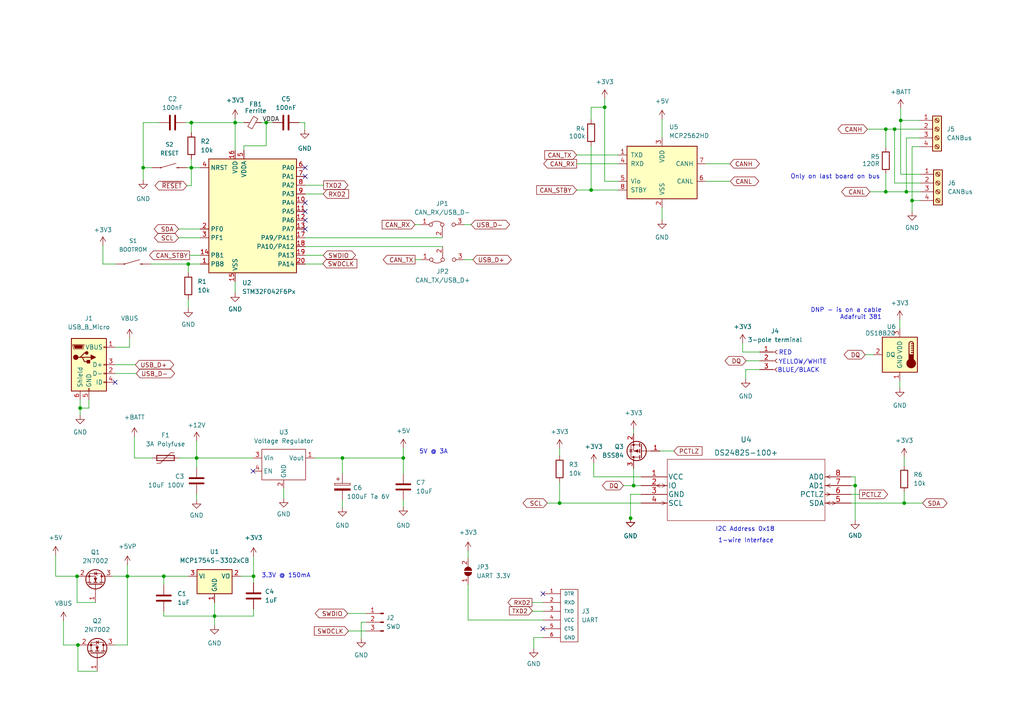
<source format=kicad_sch>
(kicad_sch (version 20211123) (generator eeschema)
  (paper "A4")
  (title_block (title "CANBus DS1820 Sensor") (date "2023-02-28") (rev "1.0") (company "Gavin Hurlbut"))
  (lib_symbols
    (symbol "+BATT_1" (power) (pin_names (offset 0))
      (property "Value" "+BATT_1" (at 0 3.556 0))
      (symbol "+BATT_1_1_1"
        (pin power_in line (at 0 0 90) (length 0) hide (name "+BATT") (number "1"))
      )
    )
    (symbol "Beirdo:FTDI-TARGET" (pin_names (offset 1.016))
      (property "Reference" "J?" (at -1.27 1.27 0))
      (property "Value" "FTDI-TARGET" (at -6.35 -17.78 0))
      (symbol "FTDI-TARGET_1_1"
        (pin passive line (at -7.62 -1.27 0) (length 5.08) (name "DTR") (number "1"))
        (pin passive line (at -7.62 -3.81 0) (length 5.08) (name "RXD") (number "2"))
        (pin passive line (at -7.62 -6.35 0) (length 5.08) (name "TXD") (number "3"))
        (pin passive line (at -7.62 -8.89 0) (length 5.08) (name "VCC") (number "4"))
        (pin passive line (at -7.62 -11.43 0) (length 5.08) (name "CTS") (number "5"))
        (pin passive line (at -7.62 -13.97 0) (length 5.08) (name "GND") (number "6"))
      )
    )
    (symbol "Beirdo:MOMENTARY-SWITCH-SPST-PTH-6.0MM" (pin_numbers hide) (pin_names (offset 1.016) hide)
      (property "Reference" "S1" (at 0 6.731 0))
      (property "Value" "MOMENTARY-SWITCH-SPST-PTH-6.0MM" (at 0 4.191 0))
      (symbol "MOMENTARY-SWITCH-SPST-PTH-6.0MM_1_1"
        (pin passive line (at -5.08 0 0) (length 2.54) (name "1") (number "1"))
        (pin passive line (at -5.08 -1.27 0) (length 2.54) hide (name "1") (number "2"))
        (pin passive line (at 5.08 0 180) (length 2.54) (name "2") (number "3"))
        (pin passive line (at 5.08 -1.27 180) (length 2.54) hide (name "2") (number "4"))
      )
    )
    (symbol "Beirdo:Switching_Regulator_Module"
      (property "Reference" "U?" (at 0 5.08 0))
      (property "Value" "Switching_Regulator_Module" (at 0 2.54 0))
      (symbol "Switching_Regulator_Module_1_1"
        (pin power_out line (at 8.89 -2.54 180) (length 2.54) (name "Vout") (number "1"))
        (pin passive line (at 0 -11.43 90) (length 2.54) (name "GND") (number "2"))
        (pin power_in line (at -8.89 -2.54 0) (length 2.54) (name "Vin") (number "3"))
        (pin input line (at -8.89 -6.35 0) (length 2.54) (name "EN") (number "4"))
      )
    )
    (symbol "Connector:Conn_01x03_Female" (pin_names (offset 1.016) hide)
      (property "Reference" "J" (at 0 5.08 0))
      (property "Value" "Conn_01x03_Female" (at 0 -5.08 0))
      (symbol "Conn_01x03_Female_1_1"
        (pin passive line (at -5.08 2.54 0) (length 3.81) (name "Pin_1") (number "1"))
        (pin passive line (at -5.08 0 0) (length 3.81) (name "Pin_2") (number "2"))
        (pin passive line (at -5.08 -2.54 0) (length 3.81) (name "Pin_3") (number "3"))
      )
    )
    (symbol "Connector:Conn_01x03_Male" (pin_names (offset 1.016) hide)
      (property "Reference" "J" (at 0 5.08 0))
      (property "Value" "Conn_01x03_Male" (at 0 -5.08 0))
      (symbol "Conn_01x03_Male_1_1"
        (pin passive line (at 5.08 2.54 180) (length 3.81) (name "Pin_1") (number "1"))
        (pin passive line (at 5.08 0 180) (length 3.81) (name "Pin_2") (number "2"))
        (pin passive line (at 5.08 -2.54 180) (length 3.81) (name "Pin_3") (number "3"))
      )
    )
    (symbol "Connector:Screw_Terminal_01x04" (pin_names (offset 1.016) hide)
      (property "Reference" "J" (at 0 5.08 0))
      (property "Value" "Screw_Terminal_01x04" (at 0 -7.62 0))
      (symbol "Screw_Terminal_01x04_1_1"
        (pin passive line (at -5.08 2.54 0) (length 3.81) (name "Pin_1") (number "1"))
        (pin passive line (at -5.08 0 0) (length 3.81) (name "Pin_2") (number "2"))
        (pin passive line (at -5.08 -2.54 0) (length 3.81) (name "Pin_3") (number "3"))
        (pin passive line (at -5.08 -5.08 0) (length 3.81) (name "Pin_4") (number "4"))
      )
    )
    (symbol "Connector:USB_B_Micro" (pin_names (offset 1.016))
      (property "Reference" "J" (at -5.08 11.43 0))
      (property "Value" "USB_B_Micro" (at -5.08 8.89 0))
      (symbol "USB_B_Micro_1_1"
        (pin power_out line (at 7.62 5.08 180) (length 2.54) (name "VBUS") (number "1"))
        (pin bidirectional line (at 7.62 -2.54 180) (length 2.54) (name "D-") (number "2"))
        (pin bidirectional line (at 7.62 0 180) (length 2.54) (name "D+") (number "3"))
        (pin passive line (at 7.62 -5.08 180) (length 2.54) (name "ID") (number "4"))
        (pin power_out line (at 0 -10.16 90) (length 2.54) (name "GND") (number "5"))
        (pin passive line (at -2.54 -10.16 90) (length 2.54) (name "Shield") (number "6"))
      )
    )
    (symbol "Device:C" (pin_numbers hide) (pin_names (offset 0.254))
      (property "Reference" "C" (at 0.635 2.54 0))
      (property "Value" "C" (at 0.635 -2.54 0))
      (symbol "C_1_1"
        (pin passive line (at 0 3.81 270) (length 2.794) (name "~") (number "1"))
        (pin passive line (at 0 -3.81 90) (length 2.794) (name "~") (number "2"))
      )
    )
    (symbol "Device:C_Polarized" (pin_numbers hide) (pin_names (offset 0.254))
      (property "Reference" "C" (at 0.635 2.54 0))
      (property "Value" "C_Polarized" (at 0.635 -2.54 0))
      (symbol "C_Polarized_1_1"
        (pin passive line (at 0 3.81 270) (length 2.794) (name "~") (number "1"))
        (pin passive line (at 0 -3.81 90) (length 2.794) (name "~") (number "2"))
      )
    )
    (symbol "Device:FerriteBead_Small" (pin_numbers hide) (pin_names (offset 0))
      (property "Reference" "FB" (at 1.905 1.27 0))
      (property "Value" "FerriteBead_Small" (at 1.905 -1.27 0))
      (symbol "FerriteBead_Small_1_1"
        (pin passive line (at 0 2.54 270) (length 1.27) (name "~") (number "1"))
        (pin passive line (at 0 -2.54 90) (length 1.27) (name "~") (number "2"))
      )
    )
    (symbol "Device:Polyfuse" (pin_numbers hide) (pin_names (offset 0))
      (property "Reference" "F" (at -2.54 0 90))
      (property "Value" "Polyfuse" (at 2.54 0 90))
      (symbol "Polyfuse_1_1"
        (pin passive line (at 0 3.81 270) (length 1.27) (name "~") (number "1"))
        (pin passive line (at 0 -3.81 90) (length 1.27) (name "~") (number "2"))
      )
    )
    (symbol "Device:R" (pin_numbers hide) (pin_names (offset 0))
      (property "Reference" "R" (at 2.032 0 90))
      (property "Value" "R" (at 0 0 90))
      (symbol "R_1_1"
        (pin passive line (at 0 3.81 270) (length 1.27) (name "~") (number "1"))
        (pin passive line (at 0 -3.81 90) (length 1.27) (name "~") (number "2"))
      )
    )
    (symbol "GND_2" (power) (pin_names (offset 0))
      (property "Value" "GND_2" (at 0 -3.81 0))
      (symbol "GND_2_1_1"
        (pin power_in line (at 0 0 270) (length 0) hide (name "GND") (number "1"))
      )
    )
    (symbol "GND_3" (power) (pin_names (offset 0))
      (property "Value" "GND_3" (at 0 -3.81 0))
      (symbol "GND_3_1_1"
        (pin power_in line (at 0 0 270) (length 0) hide (name "GND") (number "1"))
      )
    )
    (symbol "GND_4" (power) (pin_names (offset 0))
      (property "Value" "GND_4" (at 0 -3.81 0))
      (symbol "GND_4_1_1"
        (pin power_in line (at 0 0 270) (length 0) hide (name "GND") (number "1"))
      )
    )
    (symbol "Interface_CAN_LIN:MCP2562-H-SN" (pin_names (offset 1.016))
      (property "Reference" "U" (at -10.16 8.89 0))
      (property "Value" "MCP2562-H-SN" (at 2.54 8.89 0))
      (symbol "MCP2562-H-SN_1_1"
        (pin input line (at -12.7 5.08 0) (length 2.54) (name "TXD") (number "1"))
        (pin power_in line (at 0 -10.16 90) (length 2.54) (name "VSS") (number "2"))
        (pin power_in line (at 0 10.16 270) (length 2.54) (name "VDD") (number "3"))
        (pin output line (at -12.7 2.54 0) (length 2.54) (name "RXD") (number "4"))
        (pin power_in line (at -12.7 -2.54 0) (length 2.54) (name "Vio") (number "5"))
        (pin bidirectional line (at 12.7 -2.54 180) (length 2.54) (name "CANL") (number "6"))
        (pin bidirectional line (at 12.7 2.54 180) (length 2.54) (name "CANH") (number "7"))
        (pin input line (at -12.7 -5.08 0) (length 2.54) (name "STBY") (number "8"))
      )
    )
    (symbol "Jumper:Jumper_3_Bridged12" (pin_names (offset 0) hide)
      (property "Reference" "JP" (at -2.54 -2.54 0))
      (property "Value" "Jumper_3_Bridged12" (at 0 2.794 0))
      (symbol "Jumper_3_Bridged12_1_1"
        (pin passive line (at -6.35 0 0) (length 2.54) (name "A") (number "1"))
        (pin passive line (at 0 -3.81 90) (length 2.54) (name "C") (number "2"))
        (pin passive line (at 6.35 0 180) (length 2.54) (name "B") (number "3"))
      )
    )
    (symbol "Jumper:SolderJumper_2_Open" (pin_names (offset 0) hide)
      (property "Reference" "JP" (at 0 2.032 0))
      (property "Value" "SolderJumper_2_Open" (at 0 -2.54 0))
      (symbol "SolderJumper_2_Open_1_1"
        (pin passive line (at -3.81 0 0) (length 2.54) (name "A") (number "1"))
        (pin passive line (at 3.81 0 180) (length 2.54) (name "B") (number "2"))
      )
    )
    (symbol "MCU_ST_STM32F0:STM32F042F6Px"
      (property "Reference" "U" (at -12.7 16.51 0))
      (property "Value" "STM32F042F6Px" (at 0 16.51 0))
      (symbol "STM32F042F6Px_1_1"
        (pin bidirectional line (at -15.24 -15.24 0) (length 2.54) (name "PB8") (number "1"))
        (pin bidirectional line (at 15.24 2.54 180) (length 2.54) (name "PA4") (number "10"))
        (pin bidirectional line (at 15.24 0 180) (length 2.54) (name "PA5") (number "11"))
        (pin bidirectional line (at 15.24 -2.54 180) (length 2.54) (name "PA6") (number "12"))
        (pin bidirectional line (at 15.24 -5.08 180) (length 2.54) (name "PA7") (number "13"))
        (pin bidirectional line (at -15.24 -12.7 0) (length 2.54) (name "PB1") (number "14"))
        (pin power_in line (at -5.08 -20.32 90) (length 2.54) (name "VSS") (number "15"))
        (pin power_in line (at -5.08 17.78 270) (length 2.54) (name "VDD") (number "16"))
        (pin bidirectional line (at 15.24 -7.62 180) (length 2.54) (name "PA9/PA11") (number "17"))
        (pin bidirectional line (at 15.24 -10.16 180) (length 2.54) (name "PA10/PA12") (number "18"))
        (pin bidirectional line (at 15.24 -12.7 180) (length 2.54) (name "PA13") (number "19"))
        (pin input line (at -15.24 -5.08 0) (length 2.54) (name "PF0") (number "2"))
        (pin bidirectional line (at 15.24 -15.24 180) (length 2.54) (name "PA14") (number "20"))
        (pin input line (at -15.24 -7.62 0) (length 2.54) (name "PF1") (number "3"))
        (pin input line (at -15.24 12.7 0) (length 2.54) (name "NRST") (number "4"))
        (pin power_in line (at -2.54 17.78 270) (length 2.54) (name "VDDA") (number "5"))
        (pin bidirectional line (at 15.24 12.7 180) (length 2.54) (name "PA0") (number "6"))
        (pin bidirectional line (at 15.24 10.16 180) (length 2.54) (name "PA1") (number "7"))
        (pin bidirectional line (at 15.24 7.62 180) (length 2.54) (name "PA2") (number "8"))
        (pin bidirectional line (at 15.24 5.08 180) (length 2.54) (name "PA3") (number "9"))
      )
    )
    (symbol "Regulator_Linear:MCP1754S-3302xCB"
      (property "Reference" "U" (at -3.81 3.175 0))
      (property "Value" "MCP1754S-3302xCB" (at -0.635 3.175 0))
      (symbol "MCP1754S-3302xCB_1_1"
        (pin power_in line (at 0 -7.62 90) (length 2.54) (name "GND") (number "1"))
        (pin power_out line (at 7.62 0 180) (length 2.54) (name "VO") (number "2"))
        (pin power_in line (at -7.62 0 0) (length 2.54) (name "VI") (number "3"))
      )
    )
    (symbol "Sensor_Temperature:DS18B20" (pin_names (offset 1.016))
      (property "Reference" "U" (at -3.81 6.35 0))
      (property "Value" "DS18B20" (at 6.35 6.35 0))
      (symbol "DS18B20_1_1"
        (pin power_in line (at 0 -7.62 90) (length 2.54) (name "GND") (number "1"))
        (pin bidirectional line (at 7.62 0 180) (length 2.54) (name "DQ") (number "2"))
        (pin power_in line (at 0 7.62 270) (length 2.54) (name "VDD") (number "3"))
      )
    )
    (symbol "Transistor_FET:2N7002" (pin_names hide)
      (property "Reference" "Q" (at 5.08 1.905 0))
      (property "Value" "2N7002" (at 5.08 0 0))
      (symbol "2N7002_1_1"
        (pin input line (at -5.08 0 0) (length 2.54) (name "G") (number "1"))
        (pin passive line (at 2.54 -5.08 90) (length 2.54) (name "S") (number "2"))
        (pin passive line (at 2.54 5.08 270) (length 2.54) (name "D") (number "3"))
      )
    )
    (symbol "Transistor_FET:BSS84" (pin_names hide)
      (property "Reference" "Q" (at 5.08 1.905 0))
      (property "Value" "BSS84" (at 5.08 0 0))
      (symbol "BSS84_1_1"
        (pin input line (at -5.08 0 0) (length 2.54) (name "G") (number "1"))
        (pin passive line (at 2.54 -5.08 90) (length 2.54) (name "S") (number "2"))
        (pin passive line (at 2.54 5.08 270) (length 2.54) (name "D") (number "3"))
      )
    )
    (symbol "UltraLibrarian:DS2482S-100+" (pin_names (offset 0.254))
      (property "Reference" "U" (at 30.48 10.16 0))
      (property "Value" "DS2482S-100+" (at 30.48 7.62 0))
      (symbol "DS2482S-100+_1_1"
        (pin power_in line (at 0 0 0) (length 7.62) (name "VCC") (number "1"))
        (pin bidirectional line (at 0 -2.54 0) (length 7.62) (name "IO") (number "2"))
        (pin power_in line (at 0 -5.08 0) (length 7.62) (name "GND") (number "3"))
        (pin input line (at 0 -7.62 0) (length 7.62) (name "SCL") (number "4"))
        (pin bidirectional line (at 60.96 -7.62 180) (length 7.62) (name "SDA") (number "5"))
        (pin output line (at 60.96 -5.08 180) (length 7.62) (name "PCTLZ") (number "6"))
        (pin input line (at 60.96 -2.54 180) (length 7.62) (name "AD1") (number "7"))
        (pin input line (at 60.96 0 180) (length 7.62) (name "AD0") (number "8"))
      )
    )
    (symbol "power:+12V" (power) (pin_names (offset 0))
      (property "Value" "+12V" (at 0 3.556 0))
      (symbol "+12V_1_1"
        (pin power_in line (at 0 0 90) (length 0) hide (name "+12V") (number "1"))
      )
    )
    (symbol "power:+3V3" (power) (pin_names (offset 0))
      (property "Value" "+3V3" (at 0 3.556 0))
      (symbol "+3V3_1_1"
        (pin power_in line (at 0 0 90) (length 0) hide (name "+3V3") (number "1"))
      )
    )
    (symbol "power:+5V" (power) (pin_names (offset 0))
      (property "Value" "+5V" (at 0 3.556 0))
      (symbol "+5V_1_1"
        (pin power_in line (at 0 0 90) (length 0) hide (name "+5V") (number "1"))
      )
    )
    (symbol "power:+5VP" (power) (pin_names (offset 0))
      (property "Value" "+5VP" (at 0 3.556 0))
      (symbol "+5VP_1_1"
        (pin power_in line (at 0 0 90) (length 0) hide (name "+5VP") (number "1"))
      )
    )
    (symbol "power:+BATT" (power) (pin_names (offset 0))
      (property "Value" "+BATT" (at 0 3.556 0))
      (symbol "+BATT_1_1"
        (pin power_in line (at 0 0 90) (length 0) hide (name "+BATT") (number "1"))
      )
    )
    (symbol "power:GND" (power) (pin_names (offset 0))
      (property "Value" "GND" (at 0 -3.81 0))
      (symbol "GND_1_1"
        (pin power_in line (at 0 0 270) (length 0) hide (name "GND") (number "1"))
      )
    )
    (symbol "power:VBUS" (power) (pin_names (offset 0))
      (property "Value" "VBUS" (at 0 3.81 0))
      (symbol "VBUS_1_1"
        (pin power_in line (at 0 0 90) (length 0) hide (name "VBUS") (number "1"))
      )
    )
  )
  (junction (at 182.9008 150.2974))
  (junction (at 261.239 34.925))
  (junction (at 22.352 167.132))
  (junction (at 36.957 167.132))
  (junction (at 47.498 167.132))
  (junction (at 256.921 55.626))
  (junction (at 256.921 37.465))
  (junction (at 162.306 145.923))
  (junction (at 55.499 48.641))
  (junction (at 262.255 145.923))
  (junction (at 264.541 58.166))
  (junction (at 262.89 55.626))
  (junction (at 62.23 178.689))
  (junction (at 116.967 132.842))
  (junction (at 54.61 76.581))
  (junction (at 77.216 35.56))
  (junction (at 259.461 37.465))
  (junction (at 41.529 48.641))
  (junction (at 99.314 132.842))
  (junction (at 175.387 31.115))
  (junction (at 55.499 35.56))
  (junction (at 57.023 132.842))
  (junction (at 23.241 118.364))
  (junction (at 248.031 140.843))
  (junction (at 22.606 187.071))
  (junction (at 183.769 140.843))
  (junction (at 171.45 55.118))
  (junction (at 68.199 35.56))
  (junction (at 73.533 167.132))
  (no_connect (at 157.48 172.212))
  (no_connect (at 88.519 63.881))
  (no_connect (at 157.48 182.372))
  (no_connect (at 88.519 58.801))
  (no_connect (at 88.519 51.181))
  (no_connect (at 88.519 48.641))
  (no_connect (at 88.519 66.421))
  (no_connect (at 33.401 110.871))
  (no_connect (at 88.519 61.341))
  (no_connect (at 73.406 136.652))
  (wire (pts (xy 51.816 66.421) (xy 58.039 66.421)))
  (wire (pts (xy 261.239 50.546) (xy 266.954 50.546)))
  (wire (pts (xy 33.401 105.791) (xy 39.243 105.791)))
  (wire (pts (xy 88.519 68.961) (xy 128.27 68.961)))
  (wire (pts (xy 77.216 35.56) (xy 79.121 35.56)))
  (wire (pts (xy 68.199 81.661) (xy 68.199 84.963)))
  (wire (pts (xy 246.888 143.383) (xy 249.301 143.383)))
  (wire (pts (xy 215.392 102.108) (xy 215.392 99.568)))
  (wire (pts (xy 248.031 140.843) (xy 248.031 138.303)))
  (wire (pts (xy 44.069 48.641) (xy 41.529 48.641)))
  (wire (pts (xy 55.499 38.481) (xy 55.499 35.56)))
  (wire (pts (xy 264.541 61.341) (xy 264.541 58.166)))
  (wire (pts (xy 262.89 55.626) (xy 266.954 55.626)))
  (wire (pts (xy 256.921 55.626) (xy 262.89 55.626)))
  (wire (pts (xy 216.281 107.188) (xy 216.281 109.855)))
  (wire (pts (xy 135.763 179.832) (xy 157.48 179.832)))
  (wire (pts (xy 120.396 75.311) (xy 122.047 75.311)))
  (wire (pts (xy 54.229 48.641) (xy 55.499 48.641)))
  (wire (pts (xy 261.239 31.369) (xy 261.239 34.925)))
  (wire (pts (xy 260.985 110.49) (xy 260.985 112.522)))
  (wire (pts (xy 38.989 132.842) (xy 38.989 126.619)))
  (wire (pts (xy 47.498 177.292) (xy 47.498 178.689)))
  (wire (pts (xy 162.306 145.923) (xy 185.928 145.923)))
  (wire (pts (xy 260.985 92.71) (xy 260.985 95.25)))
  (wire (pts (xy 55.499 46.101) (xy 55.499 48.641)))
  (wire (pts (xy 51.816 132.842) (xy 57.023 132.842)))
  (wire (pts (xy 185.928 138.303) (xy 172.212 138.303)))
  (wire (pts (xy 93.599 76.581) (xy 93.599 76.454)))
  (wire (pts (xy 100.965 183.007) (xy 106.172 183.007)))
  (wire (pts (xy 68.199 34.417) (xy 68.199 35.56)))
  (wire (pts (xy 121.92 65.151) (xy 120.396 65.151)))
  (wire (pts (xy 41.529 35.56) (xy 46.228 35.56)))
  (wire (pts (xy 41.529 48.641) (xy 41.529 52.197)))
  (wire (pts (xy 37.592 100.711) (xy 37.592 98.044)))
  (wire (pts (xy 47.498 167.132) (xy 47.498 169.672)))
  (wire (pts (xy 248.031 138.303) (xy 246.888 138.303)))
  (wire (pts (xy 73.533 167.132) (xy 73.533 169.037)))
  (wire (pts (xy 135.763 159.766) (xy 135.763 161.925)))
  (wire (pts (xy 58.039 68.961) (xy 51.816 68.961)))
  (wire (pts (xy 22.606 194.691) (xy 22.606 187.071)))
  (wire (pts (xy 154.432 177.292) (xy 154.432 177.165)))
  (wire (pts (xy 54.61 76.581) (xy 58.039 76.581)))
  (wire (pts (xy 248.031 150.876) (xy 248.031 140.843)))
  (wire (pts (xy 104.775 185.166) (xy 104.775 180.467)))
  (wire (pts (xy 253.365 102.87) (xy 250.952 102.87)))
  (wire (pts (xy 62.23 178.689) (xy 73.533 178.689)))
  (wire (pts (xy 154.813 184.912) (xy 157.48 184.912)))
  (wire (pts (xy 88.519 71.501) (xy 128.397 71.501)))
  (wire (pts (xy 116.967 132.842) (xy 116.967 137.414)))
  (wire (pts (xy 25.781 118.364) (xy 23.241 118.364)))
  (wire (pts (xy 62.23 178.689) (xy 62.23 181.356)))
  (wire (pts (xy 183.769 140.843) (xy 185.928 140.843)))
  (wire (pts (xy 266.7 40.005) (xy 262.89 40.005)))
  (wire (pts (xy 70.739 42.291) (xy 77.216 42.291)))
  (wire (pts (xy 171.45 55.118) (xy 167.259 55.118)))
  (wire (pts (xy 175.387 31.115) (xy 175.387 28.575)))
  (wire (pts (xy 154.813 188.087) (xy 154.813 184.912)))
  (wire (pts (xy 171.45 42.291) (xy 171.45 55.118)))
  (wire (pts (xy 154.305 174.752) (xy 157.48 174.752)))
  (wire (pts (xy 135.763 169.545) (xy 135.763 179.832)))
  (wire (pts (xy 116.967 145.034) (xy 116.967 146.939)))
  (wire (pts (xy 22.352 174.752) (xy 22.352 167.132)))
  (wire (pts (xy 266.954 53.086) (xy 259.461 53.086)))
  (wire (pts (xy 256.921 50.419) (xy 256.921 55.626)))
  (wire (pts (xy 44.196 132.842) (xy 38.989 132.842)))
  (wire (pts (xy 91.186 132.842) (xy 99.314 132.842)))
  (wire (pts (xy 18.415 187.071) (xy 22.606 187.071)))
  (wire (pts (xy 179.324 52.578) (xy 175.387 52.578)))
  (wire (pts (xy 88.519 74.041) (xy 93.726 74.041)))
  (wire (pts (xy 167.259 47.498) (xy 179.324 47.498)))
  (wire (pts (xy 261.239 34.925) (xy 266.7 34.925)))
  (wire (pts (xy 264.541 58.166) (xy 266.954 58.166)))
  (wire (pts (xy 182.88 150.241) (xy 182.88 143.383)))
  (wire (pts (xy 262.89 40.005) (xy 262.89 55.626)))
  (wire (pts (xy 134.747 75.311) (xy 137.16 75.311)))
  (wire (pts (xy 16.129 161.036) (xy 16.129 167.132)))
  (wire (pts (xy 77.216 35.56) (xy 75.819 35.56)))
  (wire (pts (xy 264.541 42.545) (xy 264.541 58.166)))
  (wire (pts (xy 36.957 167.132) (xy 47.498 167.132)))
  (wire (pts (xy 16.129 167.132) (xy 22.352 167.132)))
  (wire (pts (xy 162.306 130.048) (xy 162.306 132.207)))
  (wire (pts (xy 104.775 180.467) (xy 106.172 180.467)))
  (wire (pts (xy 88.392 37.592) (xy 88.392 35.56)))
  (wire (pts (xy 259.461 37.465) (xy 266.7 37.465)))
  (wire (pts (xy 182.88 143.383) (xy 185.928 143.383)))
  (wire (pts (xy 179.324 55.118) (xy 171.45 55.118)))
  (wire (pts (xy 220.345 102.108) (xy 215.392 102.108)))
  (wire (pts (xy 88.392 35.56) (xy 86.741 35.56)))
  (wire (pts (xy 88.519 76.581) (xy 93.599 76.581)))
  (wire (pts (xy 261.239 34.925) (xy 261.239 50.546)))
  (wire (pts (xy 33.274 187.071) (xy 36.957 187.071)))
  (wire (pts (xy 47.498 178.689) (xy 62.23 178.689)))
  (wire (pts (xy 180.848 140.843) (xy 183.769 140.843)))
  (wire (pts (xy 77.216 42.291) (xy 77.216 35.56)))
  (wire (pts (xy 134.62 65.151) (xy 136.652 65.151)))
  (wire (pts (xy 252.349 55.626) (xy 256.921 55.626)))
  (wire (pts (xy 23.241 118.364) (xy 23.241 115.951)))
  (wire (pts (xy 70.739 42.291) (xy 70.739 43.561)))
  (wire (pts (xy 36.957 163.83) (xy 36.957 167.132)))
  (wire (pts (xy 251.587 37.465) (xy 256.921 37.465)))
  (wire (pts (xy 191.389 130.81) (xy 195.453 130.81)))
  (wire (pts (xy 29.845 71.247) (xy 29.845 76.581)))
  (wire (pts (xy 220.345 107.188) (xy 216.281 107.188)))
  (wire (pts (xy 57.023 132.842) (xy 57.023 135.636)))
  (wire (pts (xy 22.352 167.132) (xy 22.606 167.132)))
  (wire (pts (xy 55.499 35.56) (xy 68.199 35.56)))
  (wire (pts (xy 262.255 145.923) (xy 267.589 145.923)))
  (wire (pts (xy 246.888 140.843) (xy 248.031 140.843)))
  (wire (pts (xy 54.61 86.741) (xy 54.61 89.408)))
  (wire (pts (xy 192.024 60.198) (xy 192.024 63.754)))
  (wire (pts (xy 88.519 56.261) (xy 93.726 56.261)))
  (wire (pts (xy 47.498 167.132) (xy 54.61 167.132)))
  (wire (pts (xy 246.888 145.923) (xy 262.255 145.923)))
  (wire (pts (xy 55.499 48.641) (xy 58.039 48.641)))
  (wire (pts (xy 73.533 176.657) (xy 73.533 178.689)))
  (wire (pts (xy 183.769 135.89) (xy 183.769 140.843)))
  (wire (pts (xy 57.023 143.256) (xy 57.023 144.907)))
  (wire (pts (xy 171.45 31.115) (xy 175.387 31.115)))
  (wire (pts (xy 29.845 76.581) (xy 33.528 76.581)))
  (wire (pts (xy 262.255 142.748) (xy 262.255 145.923)))
  (wire (pts (xy 55.499 48.641) (xy 55.499 53.848)))
  (wire (pts (xy 73.533 161.417) (xy 73.533 167.132)))
  (wire (pts (xy 162.306 139.827) (xy 162.306 145.923)))
  (wire (pts (xy 256.921 42.799) (xy 256.921 37.465)))
  (wire (pts (xy 262.255 135.128) (xy 262.255 132.588)))
  (wire (pts (xy 171.45 34.671) (xy 171.45 31.115)))
  (wire (pts (xy 116.967 129.921) (xy 116.967 132.842)))
  (wire (pts (xy 99.314 145.034) (xy 99.314 147.193)))
  (wire (pts (xy 23.241 120.396) (xy 23.241 118.364)))
  (wire (pts (xy 68.199 35.56) (xy 68.199 43.561)))
  (wire (pts (xy 27.686 174.752) (xy 22.352 174.752)))
  (wire (pts (xy 36.957 187.071) (xy 36.957 167.132)))
  (wire (pts (xy 183.769 124.587) (xy 183.769 125.73)))
  (wire (pts (xy 54.229 53.848) (xy 55.499 53.848)))
  (wire (pts (xy 179.324 44.958) (xy 167.259 44.958)))
  (wire (pts (xy 172.212 134.366) (xy 172.212 138.303)))
  (wire (pts (xy 256.921 37.465) (xy 259.461 37.465)))
  (wire (pts (xy 154.432 177.292) (xy 157.48 177.292)))
  (wire (pts (xy 54.61 79.121) (xy 54.61 76.581)))
  (wire (pts (xy 220.345 104.648) (xy 216.408 104.648)))
  (wire (pts (xy 57.023 132.842) (xy 73.406 132.842)))
  (wire (pts (xy 88.519 53.721) (xy 93.853 53.721)))
  (wire (pts (xy 192.024 34.544) (xy 192.024 39.878)))
  (wire (pts (xy 82.296 141.732) (xy 82.296 144.526)))
  (wire (pts (xy 25.781 115.951) (xy 25.781 118.364)))
  (wire (pts (xy 99.314 132.842) (xy 116.967 132.842)))
  (wire (pts (xy 204.724 47.498) (xy 211.709 47.498)))
  (wire (pts (xy 70.739 35.56) (xy 68.199 35.56)))
  (wire (pts (xy 158.75 145.923) (xy 162.306 145.923)))
  (wire (pts (xy 28.194 194.691) (xy 22.606 194.691)))
  (wire (pts (xy 54.61 76.581) (xy 43.688 76.581)))
  (wire (pts (xy 54.991 74.041) (xy 58.039 74.041)))
  (wire (pts (xy 33.401 108.331) (xy 39.497 108.331)))
  (wire (pts (xy 266.7 42.545) (xy 264.541 42.545)))
  (wire (pts (xy 41.529 35.56) (xy 41.529 48.641)))
  (wire (pts (xy 204.724 52.578) (xy 211.836 52.578)))
  (wire (pts (xy 57.023 127.889) (xy 57.023 132.842)))
  (wire (pts (xy 100.838 177.927) (xy 106.172 177.927)))
  (wire (pts (xy 18.415 180.086) (xy 18.415 187.071)))
  (wire (pts (xy 99.314 132.842) (xy 99.314 137.414)))
  (wire (pts (xy 53.848 35.56) (xy 55.499 35.56)))
  (wire (pts (xy 69.85 167.132) (xy 73.533 167.132)))
  (wire (pts (xy 32.766 167.132) (xy 36.957 167.132)))
  (wire (pts (xy 33.401 100.711) (xy 37.592 100.711)))
  (wire (pts (xy 22.606 187.071) (xy 23.114 187.071)))
  (wire (pts (xy 62.23 174.752) (xy 62.23 178.689)))
  (wire (pts (xy 259.461 53.086) (xy 259.461 37.465)))
  (wire (pts (xy 175.387 52.578) (xy 175.387 31.115)))
  (text "5V @ 3A" (at 129.921 131.826 180) (effects (font (size 1.27 1.27)) (justify right bottom)))
  (text "Only on last board on bus" (at 255.27 52.07 180) (effects (font (size 1.27 1.27)) (justify right bottom)))
  (text "I2C Address 0x18" (at 207.518 154.305 0) (effects (font (size 1.27 1.27)) (justify left bottom)))
  (text "BLUE/BLACK" (at 237.744 108.204 180) (effects (font (size 1.27 1.27)) (justify right bottom)))
  (text "YELLOW/WHITE" (at 239.903 105.791 180) (effects (font (size 1.27 1.27)) (justify right bottom)))
  (text "RED" (at 229.743 103.124 180) (effects (font (size 1.27 1.27)) (justify right bottom)))
  (text "1-wire Interface" (at 208.28 157.607 0) (effects (font (size 1.27 1.27)) (justify left bottom)))
  (text "DNP - is on a cable\nAdafruit 381" (at 255.778 92.837 180) (effects (font (size 1.27 1.27)) (justify right bottom)))
  (text "3.3V @ 150mA" (at 75.819 167.767 0) (effects (font (size 1.27 1.27)) (justify left bottom)))
  (label "VDDA" (at 76.073 35.56 0))
  (global_label "DQ" (shape bidirectional) (at 216.408 104.648 180) (property "Intersheet References" "${INTERSHEET_REFS}" (effects hide)))
  (global_label "TXD2" (shape input) (at 154.432 177.165 180) (effects (font (size 1.2 1.2))) (property "Intersheet References" "${INTERSHEET_REFS}" (effects hide)))
  (global_label "CANH" (shape bidirectional) (at 211.709 47.498 0) (property "Intersheet References" "${INTERSHEET_REFS}" (effects hide)))
  (global_label "DQ" (shape bidirectional) (at 180.848 140.843 180) (property "Intersheet References" "${INTERSHEET_REFS}" (effects hide)))
  (global_label "USB_D-" (shape bidirectional) (at 39.497 108.331 0) (property "Intersheet References" "${INTERSHEET_REFS}" (effects hide)))
  (global_label "CAN_STBY" (shape input) (at 167.259 55.118 180) (property "Intersheet References" "${INTERSHEET_REFS}" (effects hide)))
  (global_label "SDA" (shape bidirectional) (at 267.589 145.923 0) (property "Intersheet References" "${INTERSHEET_REFS}" (effects hide)))
  (global_label "SCL" (shape bidirectional) (at 51.816 68.961 180) (property "Intersheet References" "${INTERSHEET_REFS}" (effects hide)))
  (global_label "USB_D+" (shape bidirectional) (at 39.243 105.791 0) (property "Intersheet References" "${INTERSHEET_REFS}" (effects hide)))
  (global_label "SDA" (shape bidirectional) (at 51.816 66.421 180) (property "Intersheet References" "${INTERSHEET_REFS}" (effects hide)))
  (global_label "USB_D-" (shape bidirectional) (at 136.652 65.151 0) (property "Intersheet References" "${INTERSHEET_REFS}" (effects hide)))
  (global_label "CANH" (shape bidirectional) (at 251.587 37.465 180) (property "Intersheet References" "${INTERSHEET_REFS}" (effects hide)))
  (global_label "~{RESET}" (shape bidirectional) (at 54.229 53.848 180) (property "Intersheet References" "${INTERSHEET_REFS}" (effects hide)))
  (global_label "CANL" (shape bidirectional) (at 252.349 55.626 180) (property "Intersheet References" "${INTERSHEET_REFS}" (effects hide)))
  (global_label "SWDCLK" (shape input) (at 101.092 183.007 180) (property "Intersheet References" "${INTERSHEET_REFS}" (effects hide)))
  (global_label "RXD2" (shape input) (at 93.726 56.261 0) (property "Intersheet References" "${INTERSHEET_REFS}" (effects hide)))
  (global_label "TXD2" (shape output) (at 93.853 53.721 0) (property "Intersheet References" "${INTERSHEET_REFS}" (effects hide)))
  (global_label "PCTLZ" (shape output) (at 249.301 143.383 0) (property "Intersheet References" "${INTERSHEET_REFS}" (effects hide)))
  (global_label "CANL" (shape bidirectional) (at 211.836 52.578 0) (property "Intersheet References" "${INTERSHEET_REFS}" (effects hide)))
  (global_label "RXD2" (shape output) (at 154.305 174.752 180) (effects (font (size 1.2 1.2))) (property "Intersheet References" "${INTERSHEET_REFS}" (effects hide)))
  (global_label "CAN_TX" (shape input) (at 167.259 44.958 180) (property "Intersheet References" "${INTERSHEET_REFS}" (effects hide)))
  (global_label "SWDCLK" (shape input) (at 93.599 76.454 0) (property "Intersheet References" "${INTERSHEET_REFS}" (effects hide)))
  (global_label "CAN_STBY" (shape output) (at 54.991 74.041 180) (property "Intersheet References" "${INTERSHEET_REFS}" (effects hide)))
  (global_label "CAN_RX" (shape output) (at 167.259 47.498 180) (property "Intersheet References" "${INTERSHEET_REFS}" (effects hide)))
  (global_label "SWDIO" (shape bidirectional) (at 100.838 177.927 180) (property "Intersheet References" "${INTERSHEET_REFS}" (effects hide)))
  (global_label "USB_D+" (shape bidirectional) (at 137.16 75.311 0) (property "Intersheet References" "${INTERSHEET_REFS}" (effects hide)))
  (global_label "SCL" (shape bidirectional) (at 158.75 145.923 180) (property "Intersheet References" "${INTERSHEET_REFS}" (effects hide)))
  (global_label "SWDIO" (shape bidirectional) (at 93.726 74.041 0) (property "Intersheet References" "${INTERSHEET_REFS}" (effects hide)))
  (global_label "PCTLZ" (shape input) (at 195.453 130.81 0) (property "Intersheet References" "${INTERSHEET_REFS}" (effects hide)))
  (global_label "DQ" (shape bidirectional) (at 250.952 102.87 180) (property "Intersheet References" "${INTERSHEET_REFS}" (effects hide)))
  (global_label "CAN_TX" (shape output) (at 120.396 75.311 180) (property "Intersheet References" "${INTERSHEET_REFS}" (effects hide)))
  (global_label "CAN_RX" (shape input) (at 120.396 65.151 180) (property "Intersheet References" "${INTERSHEET_REFS}" (effects hide)))
  (symbol (lib_id "Device:C") (at 82.931 35.56 90) (unit 1)
    (property "Reference" "C5" (at 82.931 28.702 90))
    (property "Value" "100nF" (at 82.931 31.242 90))
    (property "Footprint" "Capacitor_SMD:C_0805_2012Metric_Pad1.18x1.45mm_HandSolder" (effects hide))
  )
  (symbol (lib_id "Interface_CAN_LIN:MCP2562-H-SN") (at 192.024 50.038 0) (unit 1)
    (property "Reference" "U5" (at 194.0434 36.83 0) (effects (justify left)))
    (property "Value" "MCP2562HD" (at 194.0434 39.37 0) (effects (justify left)))
    (property "Footprint" "Package_SO:SOIC-8_3.9x4.9mm_P1.27mm" (effects hide))
    (property "Datasheet" "http://ww1.microchip.com/downloads/en/DeviceDoc/25167A.pdf" (effects hide))
  )
  (symbol (lib_id "Transistor_FET:2N7002") (at 28.194 189.611 270) (mirror x) (unit 1)
    (property "Reference" "Q2" (at 28.194 180.086 90))
    (property "Value" "2N7002" (at 28.194 182.626 90))
    (property "Footprint" "Package_TO_SOT_SMD:SOT-23" (effects hide))
    (property "Datasheet" "https://www.onsemi.com/pub/Collateral/NDS7002A-D.PDF" (effects hide))
  )
  (symbol (lib_id "power:GND") (at 54.61 89.408 0) (unit 1)
    (property "Reference" "#PWR09" (effects hide))
    (property "Value" "GND" (at 54.61 94.107 0))
  )
  (symbol (lib_name "GND_2") (lib_id "power:GND") (at 260.985 112.522 0) (mirror y) (unit 1)
    (property "Reference" "#PWR036" (effects hide))
    (property "Value" "GND" (at 260.985 117.602 0))
  )
  (symbol (lib_id "power:GND") (at 82.296 144.526 0) (unit 1)
    (property "Reference" "#PWR016" (effects hide))
    (property "Value" "GND" (at 82.296 149.098 0))
  )
  (symbol (lib_id "Jumper:SolderJumper_2_Open") (at 135.763 165.735 90) (unit 1)
    (property "Reference" "JP3" (at 138.176 164.4649 90) (effects (justify right)))
    (property "Value" "UART 3.3V" (at 138.176 167.0049 90) (effects (justify right)))
    (property "Footprint" "Jumper:SolderJumper-2_P1.3mm_Open_TrianglePad1.0x1.5mm" (effects hide))
  )
  (symbol (lib_id "power:GND") (at 57.023 144.907 0) (unit 1)
    (property "Reference" "#PWR011" (effects hide))
    (property "Value" "GND" (at 57.023 149.479 0))
  )
  (symbol (lib_id "Device:R") (at 256.921 46.609 0) (unit 1)
    (property "Reference" "R5" (at 252.476 45.466 0) (effects (justify left)))
    (property "Value" "120R" (at 250.063 47.498 0) (effects (justify left)))
    (property "Footprint" "Resistor_SMD:R_0805_2012Metric_Pad1.20x1.40mm_HandSolder" (effects hide))
  )
  (symbol (lib_id "Connector:USB_B_Micro") (at 25.781 105.791 0) (unit 1)
    (property "Reference" "J1" (at 25.781 92.329 0))
    (property "Value" "USB_B_Micro" (at 25.781 94.869 0))
    (property "Footprint" "Connector_USB:USB_Micro-B_Amphenol_10118194_Horizontal" (effects hide))
  )
  (symbol (lib_id "Regulator_Linear:MCP1754S-3302xCB") (at 62.23 167.132 0) (unit 1)
    (property "Reference" "U1" (at 62.23 160.02 0))
    (property "Value" "MCP1754S-3302xCB" (at 62.23 162.56 0))
    (property "Footprint" "Package_TO_SOT_SMD:SOT-23" (effects hide))
    (property "Datasheet" "http://ww1.microchip.com/downloads/en/DeviceDoc/20002276C.pdf" (effects hide))
  )
  (symbol (lib_id "Beirdo:FTDI-TARGET") (at 165.1 170.942 0) (unit 1)
    (property "Reference" "J3" (at 168.656 177.2919 0) (effects (justify left)))
    (property "Value" "UART" (at 168.656 179.8319 0) (effects (justify left)))
    (property "Footprint" "Beirdo:FTDI-TARGET" (effects hide))
  )
  (symbol (lib_id "power:+3V3") (at 215.392 99.568 0) (mirror y) (unit 1)
    (property "Reference" "#PWR032" (effects hide))
    (property "Value" "+3V3" (at 215.392 94.742 0))
  )
  (symbol (lib_id "Beirdo:Switching_Regulator_Module") (at 82.296 130.302 0) (unit 1)
    (property "Reference" "U3" (at 82.296 125.349 0))
    (property "Value" "Voltage Regulator" (at 82.296 127.889 0))
    (property "Footprint" "Beirdo:Switching_Regulator_Module" (effects hide))
    (property "ASIN" "B08R6337QY" (effects hide))
  )
  (symbol (lib_id "Device:C") (at 50.038 35.56 90) (unit 1)
    (property "Reference" "C2" (at 50.038 28.702 90))
    (property "Value" "100nF" (at 50.038 31.242 90))
    (property "Footprint" "Capacitor_SMD:C_0805_2012Metric_Pad1.18x1.45mm_HandSolder" (effects hide))
  )
  (symbol (lib_id "power:+3V3") (at 73.533 161.417 0) (unit 1)
    (property "Reference" "#PWR015" (effects hide))
    (property "Value" "+3V3" (at 73.533 155.956 0))
  )
  (symbol (lib_id "Jumper:Jumper_3_Bridged12") (at 128.27 65.151 0) (unit 1)
    (property "Reference" "JP1" (at 128.27 59.055 0))
    (property "Value" "CAN_RX/USB_D-" (at 128.27 61.595 0))
    (property "Footprint" "Connector_PinHeader_2.54mm:PinHeader_1x03_P2.54mm_Vertical" (effects hide))
  )
  (symbol (lib_id "Device:C") (at 47.498 173.482 0) (unit 1)
    (property "Reference" "C1" (at 51.435 172.2119 0) (effects (justify left)))
    (property "Value" "1uF" (at 51.435 174.7519 0) (effects (justify left)))
    (property "Footprint" "Capacitor_SMD:C_0805_2012Metric_Pad1.18x1.45mm_HandSolder" (effects hide))
  )
  (symbol (lib_id "power:+5VP") (at 36.957 163.83 0) (unit 1)
    (property "Reference" "#PWR05" (effects hide))
    (property "Value" "+5VP" (at 36.957 158.496 0))
  )
  (symbol (lib_id "power:GND") (at 154.813 188.087 0) (unit 1)
    (property "Reference" "#PWR023" (effects hide))
    (property "Value" "GND" (at 154.813 192.532 0))
  )
  (symbol (lib_id "power:GND") (at 23.241 120.396 0) (unit 1)
    (property "Reference" "#PWR03" (effects hide))
    (property "Value" "GND" (at 23.241 125.349 0))
  )
  (symbol (lib_id "power:+5V") (at 116.967 129.921 0) (unit 1)
    (property "Reference" "#PWR020" (effects hide))
    (property "Value" "+5V" (at 116.967 124.968 0))
  )
  (symbol (lib_id "power:+3V3") (at 162.306 130.048 0) (unit 1)
    (property "Reference" "#PWR024" (effects hide))
    (property "Value" "+3V3" (at 162.306 125.222 0))
  )
  (symbol (lib_id "power:GND") (at 88.392 37.592 0) (unit 1)
    (property "Reference" "#PWR017" (effects hide))
    (property "Value" "GND" (at 88.392 43.053 0))
  )
  (symbol (lib_id "UltraLibrarian:DS2482S-100+") (at 185.928 138.303 0) (unit 1)
    (property "Reference" "U4" (at 216.408 127.508 0) (effects (font (size 1.524 1.524))))
    (property "Value" "DS2482S-100+" (at 216.408 131.318 0) (effects (font (size 1.524 1.524))))
    (property "Footprint" "UltraLibrarian:DS2482S-100&plus_" (effects hide))
  )
  (symbol (lib_id "power:+3V3") (at 260.985 92.71 0) (mirror y) (unit 1)
    (property "Reference" "#PWR035" (effects hide))
    (property "Value" "+3V3" (at 260.985 87.884 0))
  )
  (symbol (lib_name "+BATT_1") (lib_id "power:+BATT") (at 261.239 31.369 0) (unit 1)
    (property "Reference" "#PWR037" (effects hide))
    (property "Value" "+BATT" (at 261.239 26.67 0))
  )
  (symbol (lib_id "Device:R") (at 262.255 138.938 0) (unit 1)
    (property "Reference" "R6" (at 264.922 137.6679 0) (effects (justify left)))
    (property "Value" "10k" (at 264.922 140.2079 0) (effects (justify left)))
    (property "Footprint" "Resistor_SMD:R_0805_2012Metric_Pad1.20x1.40mm_HandSolder" (effects hide))
  )
  (symbol (lib_id "power:GND") (at 99.314 147.193 0) (unit 1)
    (property "Reference" "#PWR018" (effects hide))
    (property "Value" "GND" (at 99.314 152.4 0))
  )
  (symbol (lib_id "power:+3V3") (at 175.387 28.575 0) (unit 1)
    (property "Reference" "#PWR026" (effects hide))
    (property "Value" "+3V3" (at 175.387 23.749 0))
  )
  (symbol (lib_id "Beirdo:MOMENTARY-SWITCH-SPST-PTH-6.0MM") (at 38.608 76.581 0) (unit 1)
    (property "Reference" "S1" (at 38.608 69.85 0) (effects (font (size 1.143 1.143))))
    (property "Value" "BOOTROM" (at 38.608 72.39 0) (effects (font (size 1.143 1.143))))
    (property "Footprint" "SparkFun-Switches:TACTILE_SWITCH_PTH_6.0MM" (effects hide))
    (property "Field4" " SWCH-08441" (effects hide))
  )
  (symbol (lib_name "GND_4") (lib_id "power:GND") (at 248.031 150.876 0) (unit 1)
    (property "Reference" "#PWR034" (effects hide))
    (property "Value" "GND" (at 248.031 155.321 0))
  )
  (symbol (lib_id "power:GND") (at 116.967 146.939 0) (unit 1)
    (property "Reference" "#PWR021" (effects hide))
    (property "Value" "GND" (at 116.967 152.4 0))
  )
  (symbol (lib_id "power:+3V3") (at 135.763 159.766 0) (unit 1)
    (property "Reference" "#PWR022" (effects hide))
    (property "Value" "+3V3" (at 135.763 154.432 0))
  )
  (symbol (lib_id "power:GND") (at 68.199 84.963 0) (unit 1)
    (property "Reference" "#PWR014" (effects hide))
    (property "Value" "GND" (at 68.199 89.662 0))
  )
  (symbol (lib_id "Device:R") (at 162.306 136.017 0) (unit 1)
    (property "Reference" "R3" (at 164.973 134.7469 0) (effects (justify left)))
    (property "Value" "10k" (at 164.973 137.2869 0) (effects (justify left)))
    (property "Footprint" "Resistor_SMD:R_0805_2012Metric_Pad1.20x1.40mm_HandSolder" (effects hide))
  )
  (symbol (lib_id "power:+3V3") (at 262.255 132.588 0) (unit 1)
    (property "Reference" "#PWR038" (effects hide))
    (property "Value" "+3V3" (at 262.255 127.762 0))
  )
  (symbol (lib_id "Device:Polyfuse") (at 48.006 132.842 90) (unit 1)
    (property "Reference" "F1" (at 48.006 126.238 90))
    (property "Value" "3A Polyfuse" (at 48.006 128.778 90))
    (property "Footprint" "Resistor_SMD:R_1812_4532Metric_Pad1.30x3.40mm_HandSolder" (effects hide))
    (property "Digikey" "F2772CT-ND" (effects hide))
  )
  (symbol (lib_id "power:+3V3") (at 29.845 71.247 0) (unit 1)
    (property "Reference" "#PWR04" (effects hide))
    (property "Value" "+3V3" (at 29.845 66.675 0))
  )
  (symbol (lib_id "Jumper:Jumper_3_Bridged12") (at 128.397 75.311 0) (mirror x) (unit 1)
    (property "Reference" "JP2" (at 128.397 78.74 0))
    (property "Value" "CAN_TX/USB_D+" (at 128.397 81.28 0))
    (property "Footprint" "Connector_PinHeader_2.54mm:PinHeader_1x03_P2.54mm_Vertical" (effects hide))
  )
  (symbol (lib_name "GND_2") (lib_id "power:GND") (at 216.281 109.855 0) (mirror y) (unit 1)
    (property "Reference" "#PWR033" (effects hide))
    (property "Value" "GND" (at 216.281 114.935 0))
  )
  (symbol (lib_id "Sensor_Temperature:DS18B20") (at 260.985 102.87 0) (mirror y) (unit 1) (on_board no)
    (property "Reference" "U6" (at 257.175 94.742 0) (effects (justify right)))
    (property "Value" "DS18B20" (at 250.952 96.647 0) (effects (justify right)))
    (property "Footprint" "Package_TO_SOT_THT:TO-92_Inline" (effects hide))
    (property "Datasheet" "http://datasheets.maximintegrated.com/en/ds/DS18B20.pdf" (effects hide))
  )
  (symbol (lib_id "Device:C") (at 73.533 172.847 0) (unit 1)
    (property "Reference" "C4" (at 76.835 171.5769 0) (effects (justify left)))
    (property "Value" "1uF" (at 76.835 174.1169 0) (effects (justify left)))
    (property "Footprint" "Capacitor_SMD:C_0805_2012Metric_Pad1.18x1.45mm_HandSolder" (effects hide))
  )
  (symbol (lib_id "power:GND") (at 62.23 181.356 0) (unit 1)
    (property "Reference" "#PWR012" (effects hide))
    (property "Value" "GND" (at 62.23 186.563 0))
  )
  (symbol (lib_id "Device:R") (at 54.61 82.931 0) (unit 1)
    (property "Reference" "R1" (at 57.277 81.6609 0) (effects (justify left)))
    (property "Value" "10k" (at 57.277 84.2009 0) (effects (justify left)))
    (property "Footprint" "Resistor_SMD:R_0805_2012Metric_Pad1.20x1.40mm_HandSolder" (effects hide))
  )
  (symbol (lib_id "power:+12V") (at 57.023 127.889 0) (unit 1)
    (property "Reference" "#PWR010" (effects hide))
    (property "Value" "+12V" (at 57.023 123.317 0))
  )
  (symbol (lib_name "GND_3") (lib_id "power:GND") (at 182.9008 150.2974 0) (unit 1)
    (property "Reference" "#PWR028" (effects hide))
    (property "Value" "GND" (at 182.9008 155.448 0))
  )
  (symbol (lib_id "Connector:Screw_Terminal_01x04") (at 272.034 53.086 0) (unit 1)
    (property "Reference" "J6" (at 274.828 53.0859 0) (effects (justify left)))
    (property "Value" "CANBus" (at 274.828 55.6259 0) (effects (justify left)))
    (property "Footprint" "TerminalBlock_TE-Connectivity:TerminalBlock_TE_282834-4_1x04_P2.54mm_Horizontal" (effects hide))
  )
  (symbol (lib_id "power:GND") (at 264.541 61.341 0) (unit 1)
    (property "Reference" "#PWR039" (effects hide))
    (property "Value" "GND" (at 264.541 66.04 0))
  )
  (symbol (lib_id "Device:C") (at 116.967 141.224 0) (unit 1)
    (property "Reference" "C7" (at 120.65 139.9539 0) (effects (justify left)))
    (property "Value" "10uF" (at 120.65 142.4939 0) (effects (justify left)))
    (property "Footprint" "Capacitor_SMD:C_0805_2012Metric_Pad1.18x1.45mm_HandSolder" (effects hide))
  )
  (symbol (lib_id "power:+3V3") (at 183.769 124.587 0) (unit 1)
    (property "Reference" "#PWR029" (effects hide))
    (property "Value" "+3V3" (at 183.769 119.761 0))
  )
  (symbol (lib_id "Connector:Conn_01x03_Male") (at 111.252 180.467 0) (mirror y) (unit 1)
    (property "Reference" "J2" (at 112.014 179.1969 0) (effects (justify right)))
    (property "Value" "SWD" (at 112.014 181.7369 0) (effects (justify right)))
    (property "Footprint" "Connector_PinHeader_2.54mm:PinHeader_1x03_P2.54mm_Vertical" (effects hide))
  )
  (symbol (lib_id "power:GND") (at 41.529 52.197 0) (unit 1)
    (property "Reference" "#PWR08" (effects hide))
    (property "Value" "GND" (at 41.529 57.658 0))
  )
  (symbol (lib_id "Transistor_FET:2N7002") (at 27.686 169.672 270) (mirror x) (unit 1)
    (property "Reference" "Q1" (at 27.686 160.147 90))
    (property "Value" "2N7002" (at 27.686 162.687 90))
    (property "Footprint" "Package_TO_SOT_SMD:SOT-23" (effects hide))
    (property "Datasheet" "https://www.onsemi.com/pub/Collateral/NDS7002A-D.PDF" (effects hide))
  )
  (symbol (lib_id "Beirdo:MOMENTARY-SWITCH-SPST-PTH-6.0MM") (at 49.149 48.641 0) (unit 1)
    (property "Reference" "S2" (at 49.149 41.91 0) (effects (font (size 1.143 1.143))))
    (property "Value" "RESET" (at 49.149 44.45 0) (effects (font (size 1.143 1.143))))
    (property "Footprint" "SparkFun-Switches:TACTILE_SWITCH_PTH_6.0MM" (effects hide))
    (property "Field4" " SWCH-08441" (effects hide))
  )
  (symbol (lib_id "power:VBUS") (at 18.415 180.086 0) (unit 1)
    (property "Reference" "#PWR02" (effects hide))
    (property "Value" "VBUS" (at 18.415 175.006 0))
  )
  (symbol (lib_id "power:+3V3") (at 68.199 34.417 0) (unit 1)
    (property "Reference" "#PWR013" (effects hide))
    (property "Value" "+3V3" (at 68.199 29.083 0))
  )
  (symbol (lib_id "Transistor_FET:BSS84") (at 186.309 130.81 180) (unit 1)
    (property "Reference" "Q3" (at 180.975 129.5399 0) (effects (justify left)))
    (property "Value" "BSS84" (at 180.975 132.0799 0) (effects (justify left)))
    (property "Footprint" "Package_TO_SOT_SMD:SOT-23" (effects hide))
    (property "Datasheet" "http://assets.nexperia.com/documents/data-sheet/BSS84.pdf" (effects hide))
  )
  (symbol (lib_id "MCU_ST_STM32F0:STM32F042F6Px") (at 73.279 61.341 0) (unit 1)
    (property "Reference" "U2" (at 70.2184 82.042 0) (effects (justify left)))
    (property "Value" "STM32F042F6Px" (at 70.2184 84.582 0) (effects (justify left)))
    (property "Footprint" "Package_SO:TSSOP-20_4.4x6.5mm_P0.65mm" (effects hide))
    (property "Datasheet" "http://www.st.com/st-web-ui/static/active/en/resource/technical/document/datasheet/DM00105814.pdf" (effects hide))
  )
  (symbol (lib_id "Device:C_Polarized") (at 99.314 141.224 0) (unit 1)
    (property "Reference" "C6" (at 102.362 141.478 0) (effects (justify left)))
    (property "Value" "100uF Ta 6V" (at 100.584 144.018 0) (effects (justify left)))
    (property "Footprint" "Capacitor_Tantalum_SMD:CP_EIA-3216-10_Kemet-I_Pad1.58x1.35mm_HandSolder" (effects hide))
  )
  (symbol (lib_id "Device:C") (at 57.023 139.446 0) (mirror y) (unit 1)
    (property "Reference" "C3" (at 53.467 138.1759 0) (effects (justify left)))
    (property "Value" "10uF 100V" (at 53.467 140.7159 0) (effects (justify left)))
    (property "Footprint" "Capacitor_SMD:C_1210_3225Metric_Pad1.33x2.70mm_HandSolder" (effects hide))
  )
  (symbol (lib_id "power:+BATT") (at 38.989 126.619 0) (unit 1)
    (property "Reference" "#PWR07" (effects hide))
    (property "Value" "+BATT" (at 38.989 121.031 0))
  )
  (symbol (lib_id "power:GND") (at 192.024 63.754 0) (unit 1)
    (property "Reference" "#PWR031" (effects hide))
    (property "Value" "GND" (at 192.024 68.834 0))
  )
  (symbol (lib_id "power:VBUS") (at 37.592 98.044 0) (unit 1)
    (property "Reference" "#PWR06" (effects hide))
    (property "Value" "VBUS" (at 37.592 92.329 0))
  )
  (symbol (lib_id "power:GND") (at 104.775 185.166 0) (unit 1)
    (property "Reference" "#PWR019" (effects hide))
    (property "Value" "GND" (at 104.775 189.992 0))
  )
  (symbol (lib_id "Device:FerriteBead_Small") (at 73.279 35.56 270) (unit 1)
    (property "Reference" "FB1" (at 74.168 30.226 90))
    (property "Value" "Ferrite" (at 74.168 32.131 90))
    (property "Footprint" "Inductor_SMD:L_0805_2012Metric_Pad1.15x1.40mm_HandSolder" (effects hide))
  )
  (symbol (lib_id "power:+5V") (at 16.129 161.036 0) (unit 1)
    (property "Reference" "#PWR01" (effects hide))
    (property "Value" "+5V" (at 16.129 155.956 0))
  )
  (symbol (lib_id "Connector:Conn_01x03_Female") (at 225.425 104.648 0) (unit 1)
    (property "Reference" "J4" (at 224.79 96.012 0))
    (property "Value" "3-pole terminal" (at 224.79 98.552 0))
    (property "Footprint" "TerminalBlock_TE-Connectivity:TerminalBlock_TE_282834-3_1x03_P2.54mm_Horizontal" (effects hide))
  )
  (symbol (lib_name "GND_3") (lib_id "power:GND") (at 182.88 150.241 0) (unit 1)
    (property "Reference" "#PWR027" (effects hide))
    (property "Value" "GND" (at 182.88 155.448 0))
  )
  (symbol (lib_id "Device:R") (at 171.45 38.481 0) (unit 1)
    (property "Reference" "R4" (at 167.005 37.338 0) (effects (justify left)))
    (property "Value" "100k" (at 164.973 39.497 0) (effects (justify left)))
    (property "Footprint" "Resistor_SMD:R_0805_2012Metric_Pad1.20x1.40mm_HandSolder" (effects hide))
  )
  (symbol (lib_id "Device:R") (at 55.499 42.291 0) (unit 1)
    (property "Reference" "R2" (at 58.166 41.0209 0) (effects (justify left)))
    (property "Value" "10k" (at 58.166 43.5609 0) (effects (justify left)))
    (property "Footprint" "Resistor_SMD:R_0805_2012Metric_Pad1.20x1.40mm_HandSolder" (effects hide))
  )
  (symbol (lib_id "Connector:Screw_Terminal_01x04") (at 271.78 37.465 0) (unit 1)
    (property "Reference" "J5" (at 274.574 37.4649 0) (effects (justify left)))
    (property "Value" "CANBus" (at 274.574 40.0049 0) (effects (justify left)))
    (property "Footprint" "TerminalBlock_TE-Connectivity:TerminalBlock_TE_282834-4_1x04_P2.54mm_Horizontal" (effects hide))
  )
  (symbol (lib_id "power:+3V3") (at 172.212 134.366 0) (unit 1)
    (property "Reference" "#PWR025" (effects hide))
    (property "Value" "+3V3" (at 172.212 129.54 0))
  )
  (symbol (lib_id "power:+5V") (at 192.024 34.544 0) (unit 1)
    (property "Reference" "#PWR030" (effects hide))
    (property "Value" "+5V" (at 192.024 29.337 0))
  )
)
</source>
